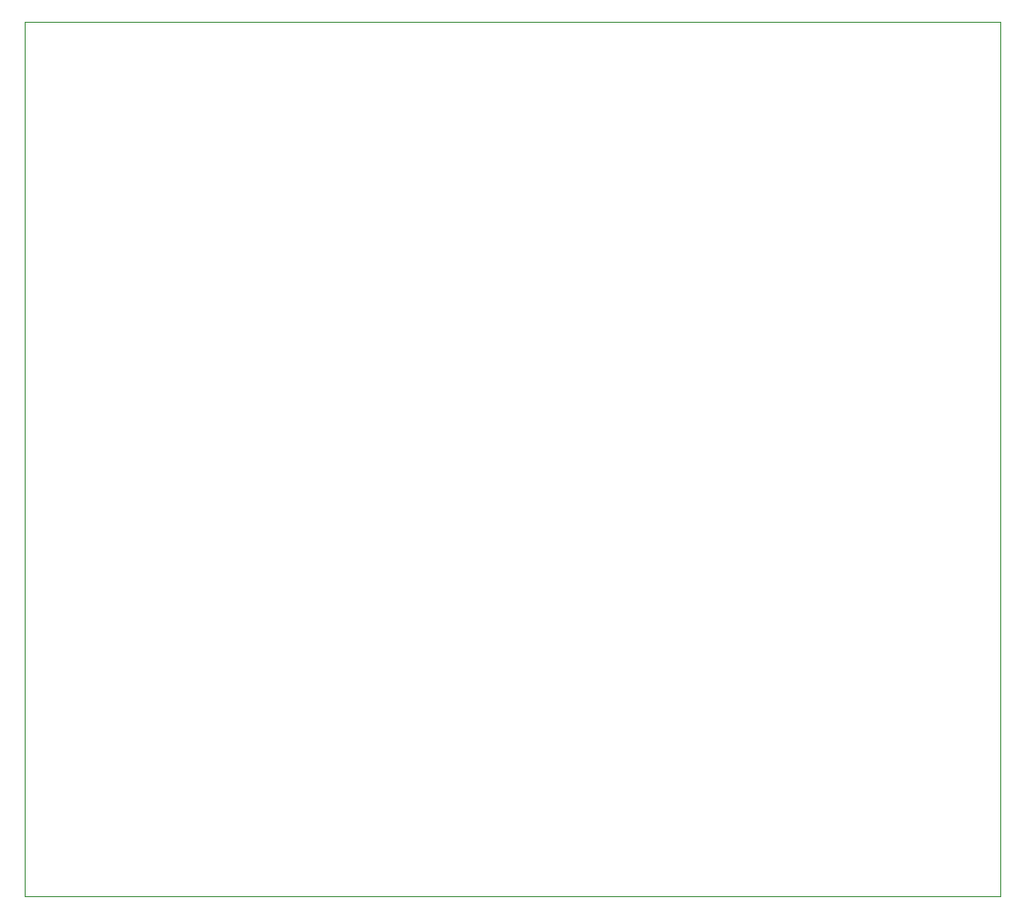
<source format=gbr>
G04 #@! TF.GenerationSoftware,KiCad,Pcbnew,5.1.5*
G04 #@! TF.CreationDate,2020-03-10T21:21:54+01:00*
G04 #@! TF.ProjectId,robotA_2020,726f626f-7441-45f3-9230-32302e6b6963,rev?*
G04 #@! TF.SameCoordinates,Original*
G04 #@! TF.FileFunction,Profile,NP*
%FSLAX46Y46*%
G04 Gerber Fmt 4.6, Leading zero omitted, Abs format (unit mm)*
G04 Created by KiCad (PCBNEW 5.1.5) date 2020-03-10 21:21:54*
%MOMM*%
%LPD*%
G04 APERTURE LIST*
%ADD10C,0.050000*%
G04 APERTURE END LIST*
D10*
X120000000Y-66000000D02*
X207000000Y-66000000D01*
X120000000Y-144000000D02*
X120000000Y-66000000D01*
X207000000Y-144000000D02*
X120000000Y-144000000D01*
X207000000Y-66000000D02*
X207000000Y-144000000D01*
M02*

</source>
